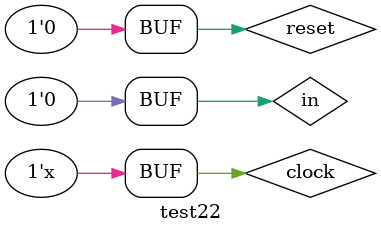
<source format=v>
module test22; 

reg clock, reset, in;
wire out;

  my_fsm U0 ( 
  .clock (clock),
  .reset (reset),
  .in    (in),
  .out  (out) 
  ); 
   
 
initial begin
  clock = 1;
  reset = 1;
  in = 0;
  $display("Starting simulation...");
  #2;
  reset = 0;
  #2;
  if (out !== 1'b0) $display("Failed 1"); 
  
  in = 1;
  #2;
  if (out !== 1'b0) $display("Failed 2");
  
  in = 0;  
  #2;
  if (out !== 1'b0) $display("Failed 3");
  
  in = 0;
  #2;
  if (out !== 1'b0) $display("Failed 4"); 
  
  in = 1;
  #2;
  if (out !== 1'b1) $display("Failed 5"); 
  
  in = 1;
  #2;
  if (out !== 1'b1) $display("Failed 6"); 
  
  in = 0;
  #2;
  if (out !== 1'b0) $display("Failed 7"); 
  
  in = 1;
  #2;
  if (out !== 1'b0) $display("Failed 8"); 
  
  in = 0;
  #2;
  if (out !== 1'b1) $display("Failed 9"); 
  
  in = 0;
  #2;
  if (out !== 1'b1) $display("Failed 10");
  
  in = 1;
  #2;
  if (out !== 1'b0) $display("Failed 11");   
  
  in = 0;
  #2;
  if (out !== 1'b1) $display("Failed 12"); 
  
  #2;
  if (out !== 1'b1) $display("Failed 13");  
  $display("Done...");
end 
  

always begin
   #1 clock = !clock;
end
   
endmodule
</source>
